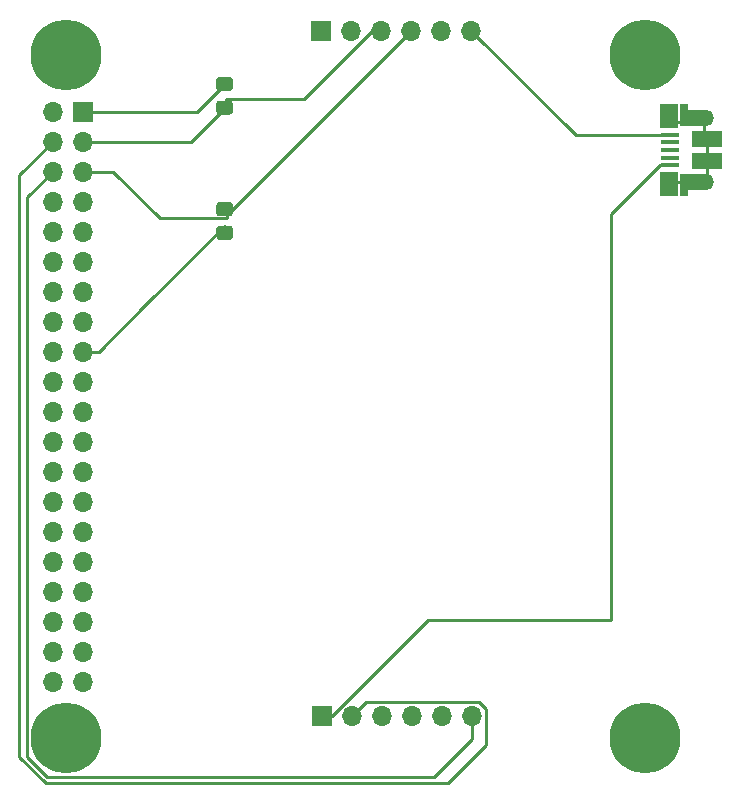
<source format=gbr>
%TF.GenerationSoftware,KiCad,Pcbnew,(5.1.9)-1*%
%TF.CreationDate,2021-02-25T14:19:21-05:00*%
%TF.ProjectId,Main,4d61696e-2e6b-4696-9361-645f70636258,rev?*%
%TF.SameCoordinates,Original*%
%TF.FileFunction,Copper,L1,Top*%
%TF.FilePolarity,Positive*%
%FSLAX45Y45*%
G04 Gerber Fmt 4.5, Leading zero omitted, Abs format (unit mm)*
G04 Created by KiCad (PCBNEW (5.1.9)-1) date 2021-02-25 14:19:21*
%MOMM*%
%LPD*%
G01*
G04 APERTURE LIST*
%TA.AperFunction,ComponentPad*%
%ADD10O,1.700000X1.700000*%
%TD*%
%TA.AperFunction,ComponentPad*%
%ADD11R,1.700000X1.700000*%
%TD*%
%TA.AperFunction,SMDPad,CuDef*%
%ADD12R,2.000000X1.350000*%
%TD*%
%TA.AperFunction,SMDPad,CuDef*%
%ADD13R,0.700000X1.825000*%
%TD*%
%TA.AperFunction,SMDPad,CuDef*%
%ADD14R,1.500000X2.000000*%
%TD*%
%TA.AperFunction,SMDPad,CuDef*%
%ADD15R,1.650000X0.400000*%
%TD*%
%TA.AperFunction,ComponentPad*%
%ADD16O,1.500000X1.100000*%
%TD*%
%TA.AperFunction,ComponentPad*%
%ADD17O,1.700000X1.350000*%
%TD*%
%TA.AperFunction,SMDPad,CuDef*%
%ADD18R,2.500000X1.430000*%
%TD*%
%TA.AperFunction,ViaPad*%
%ADD19C,6.000000*%
%TD*%
%TA.AperFunction,Conductor*%
%ADD20C,0.250000*%
%TD*%
G04 APERTURE END LIST*
D10*
%TO.P,J2,6*%
%TO.N,/GND*%
X12598400Y-12369800D03*
%TO.P,J2,5*%
%TO.N,Net-(J2-Pad5)*%
X12344400Y-12369800D03*
%TO.P,J2,4*%
%TO.N,Net-(J2-Pad4)*%
X12090400Y-12369800D03*
%TO.P,J2,3*%
%TO.N,Net-(J2-Pad3)*%
X11836400Y-12369800D03*
%TO.P,J2,2*%
%TO.N,/Vcc*%
X11582400Y-12369800D03*
D11*
%TO.P,J2,1*%
%TO.N,/5Vin*%
X11328400Y-12369800D03*
%TD*%
%TO.P,R2,2*%
%TO.N,/SDA*%
%TA.AperFunction,SMDPad,CuDef*%
G36*
G01*
X10457900Y-7158350D02*
X10547900Y-7158350D01*
G75*
G02*
X10572900Y-7183350I0J-25000D01*
G01*
X10572900Y-7253350D01*
G75*
G02*
X10547900Y-7278350I-25000J0D01*
G01*
X10457900Y-7278350D01*
G75*
G02*
X10432900Y-7253350I0J25000D01*
G01*
X10432900Y-7183350D01*
G75*
G02*
X10457900Y-7158350I25000J0D01*
G01*
G37*
%TD.AperFunction*%
%TO.P,R2,1*%
%TO.N,/3.3v*%
%TA.AperFunction,SMDPad,CuDef*%
G36*
G01*
X10457900Y-6958350D02*
X10547900Y-6958350D01*
G75*
G02*
X10572900Y-6983350I0J-25000D01*
G01*
X10572900Y-7053350D01*
G75*
G02*
X10547900Y-7078350I-25000J0D01*
G01*
X10457900Y-7078350D01*
G75*
G02*
X10432900Y-7053350I0J25000D01*
G01*
X10432900Y-6983350D01*
G75*
G02*
X10457900Y-6958350I25000J0D01*
G01*
G37*
%TD.AperFunction*%
%TD*%
%TO.P,R1,2*%
%TO.N,/SCL*%
%TA.AperFunction,SMDPad,CuDef*%
G36*
G01*
X10547900Y-8138800D02*
X10457900Y-8138800D01*
G75*
G02*
X10432900Y-8113800I0J25000D01*
G01*
X10432900Y-8043800D01*
G75*
G02*
X10457900Y-8018800I25000J0D01*
G01*
X10547900Y-8018800D01*
G75*
G02*
X10572900Y-8043800I0J-25000D01*
G01*
X10572900Y-8113800D01*
G75*
G02*
X10547900Y-8138800I-25000J0D01*
G01*
G37*
%TD.AperFunction*%
%TO.P,R1,1*%
%TO.N,/3.3v-2*%
%TA.AperFunction,SMDPad,CuDef*%
G36*
G01*
X10547900Y-8338800D02*
X10457900Y-8338800D01*
G75*
G02*
X10432900Y-8313800I0J25000D01*
G01*
X10432900Y-8243800D01*
G75*
G02*
X10457900Y-8218800I25000J0D01*
G01*
X10547900Y-8218800D01*
G75*
G02*
X10572900Y-8243800I0J-25000D01*
G01*
X10572900Y-8313800D01*
G75*
G02*
X10547900Y-8338800I-25000J0D01*
G01*
G37*
%TD.AperFunction*%
%TD*%
%TO.P,J3,1*%
%TO.N,/3.3v*%
X9302750Y-7251700D03*
D10*
%TO.P,J3,2*%
%TO.N,Net-(J3-Pad2)*%
X9048750Y-7251700D03*
%TO.P,J3,3*%
%TO.N,/SDA*%
X9302750Y-7505700D03*
%TO.P,J3,4*%
%TO.N,/Vcc*%
X9048750Y-7505700D03*
%TO.P,J3,5*%
%TO.N,/SCL*%
X9302750Y-7759700D03*
%TO.P,J3,6*%
%TO.N,/GND*%
X9048750Y-7759700D03*
%TO.P,J3,7*%
%TO.N,Net-(J3-Pad7)*%
X9302750Y-8013700D03*
%TO.P,J3,8*%
%TO.N,Net-(J3-Pad8)*%
X9048750Y-8013700D03*
%TO.P,J3,9*%
%TO.N,Net-(J3-Pad9)*%
X9302750Y-8267700D03*
%TO.P,J3,10*%
%TO.N,Net-(J3-Pad10)*%
X9048750Y-8267700D03*
%TO.P,J3,11*%
%TO.N,Net-(J3-Pad11)*%
X9302750Y-8521700D03*
%TO.P,J3,12*%
%TO.N,Net-(J3-Pad12)*%
X9048750Y-8521700D03*
%TO.P,J3,13*%
%TO.N,Net-(J3-Pad13)*%
X9302750Y-8775700D03*
%TO.P,J3,14*%
%TO.N,Net-(J3-Pad14)*%
X9048750Y-8775700D03*
%TO.P,J3,15*%
%TO.N,Net-(J3-Pad15)*%
X9302750Y-9029700D03*
%TO.P,J3,16*%
%TO.N,Net-(J3-Pad16)*%
X9048750Y-9029700D03*
%TO.P,J3,17*%
%TO.N,/3.3v-2*%
X9302750Y-9283700D03*
%TO.P,J3,18*%
%TO.N,Net-(J3-Pad18)*%
X9048750Y-9283700D03*
%TO.P,J3,19*%
%TO.N,Net-(J3-Pad19)*%
X9302750Y-9537700D03*
%TO.P,J3,20*%
%TO.N,Net-(J3-Pad20)*%
X9048750Y-9537700D03*
%TO.P,J3,21*%
%TO.N,Net-(J3-Pad21)*%
X9302750Y-9791700D03*
%TO.P,J3,22*%
%TO.N,Net-(J3-Pad22)*%
X9048750Y-9791700D03*
%TO.P,J3,23*%
%TO.N,Net-(J3-Pad23)*%
X9302750Y-10045700D03*
%TO.P,J3,24*%
%TO.N,Net-(J3-Pad24)*%
X9048750Y-10045700D03*
%TO.P,J3,25*%
%TO.N,Net-(J3-Pad25)*%
X9302750Y-10299700D03*
%TO.P,J3,26*%
%TO.N,Net-(J3-Pad26)*%
X9048750Y-10299700D03*
%TO.P,J3,27*%
%TO.N,Net-(J3-Pad27)*%
X9302750Y-10553700D03*
%TO.P,J3,28*%
%TO.N,Net-(J3-Pad28)*%
X9048750Y-10553700D03*
%TO.P,J3,29*%
%TO.N,Net-(J3-Pad29)*%
X9302750Y-10807700D03*
%TO.P,J3,30*%
%TO.N,Net-(J3-Pad30)*%
X9048750Y-10807700D03*
%TO.P,J3,31*%
%TO.N,Net-(J3-Pad31)*%
X9302750Y-11061700D03*
%TO.P,J3,32*%
%TO.N,Net-(J3-Pad32)*%
X9048750Y-11061700D03*
%TO.P,J3,33*%
%TO.N,Net-(J3-Pad33)*%
X9302750Y-11315700D03*
%TO.P,J3,34*%
%TO.N,Net-(J3-Pad34)*%
X9048750Y-11315700D03*
%TO.P,J3,35*%
%TO.N,Net-(J3-Pad35)*%
X9302750Y-11569700D03*
%TO.P,J3,36*%
%TO.N,Net-(J3-Pad36)*%
X9048750Y-11569700D03*
%TO.P,J3,37*%
%TO.N,Net-(J3-Pad37)*%
X9302750Y-11823700D03*
%TO.P,J3,38*%
%TO.N,Net-(J3-Pad38)*%
X9048750Y-11823700D03*
%TO.P,J3,39*%
%TO.N,Net-(J3-Pad39)*%
X9302750Y-12077700D03*
%TO.P,J3,40*%
%TO.N,Net-(J3-Pad40)*%
X9048750Y-12077700D03*
%TD*%
D11*
%TO.P,J1,1*%
%TO.N,Net-(J1-Pad1)*%
X11322050Y-6565900D03*
D10*
%TO.P,J1,2*%
%TO.N,Net-(J1-Pad2)*%
X11576050Y-6565900D03*
%TO.P,J1,3*%
%TO.N,/SDA*%
X11830050Y-6565900D03*
%TO.P,J1,4*%
%TO.N,/SCL*%
X12084050Y-6565900D03*
%TO.P,J1,5*%
%TO.N,Net-(J1-Pad5)*%
X12338050Y-6565900D03*
%TO.P,J1,6*%
%TO.N,/PWR_GND*%
X12592050Y-6565900D03*
%TD*%
D12*
%TO.P,J5,6*%
%TO.N,Net-(J5-Pad6)*%
X14471100Y-7303050D03*
X14471100Y-7851050D03*
D13*
X14396100Y-7873050D03*
X14396100Y-7278050D03*
D14*
X14266100Y-7863050D03*
X14264100Y-7288050D03*
D15*
%TO.P,J5,1*%
%TO.N,/5Vin*%
X14276100Y-7708050D03*
%TO.P,J5,2*%
%TO.N,Net-(J5-Pad2)*%
X14276100Y-7643050D03*
%TO.P,J5,3*%
%TO.N,Net-(J5-Pad3)*%
X14276100Y-7578050D03*
%TO.P,J5,4*%
%TO.N,Net-(J5-Pad4)*%
X14276100Y-7513050D03*
%TO.P,J5,5*%
%TO.N,/PWR_GND*%
X14276100Y-7448050D03*
D16*
%TO.P,J5,6*%
%TO.N,Net-(J5-Pad6)*%
X14264100Y-7820050D03*
X14264100Y-7336050D03*
D17*
X14564100Y-7851050D03*
X14564100Y-7305050D03*
D18*
X14591100Y-7674050D03*
X14591100Y-7482050D03*
%TD*%
D19*
%TO.N,*%
X9163050Y-6769100D03*
X9163050Y-12553950D03*
X14058900Y-12553950D03*
X14058900Y-6769100D03*
%TD*%
D20*
%TO.N,/GND*%
X8830550Y-7977900D02*
X9048750Y-7759700D01*
X8830550Y-12713550D02*
X8830550Y-7977900D01*
X9003450Y-12886450D02*
X8830550Y-12713550D01*
X12272250Y-12886450D02*
X9003450Y-12886450D01*
X12598400Y-12560300D02*
X12272250Y-12886450D01*
X12598400Y-12369800D02*
X12598400Y-12560300D01*
%TO.N,/SCL*%
X12084050Y-6565900D02*
X10521950Y-8128000D01*
X10520051Y-8155299D02*
X9952349Y-8155299D01*
X10521950Y-8153400D02*
X10520051Y-8155299D01*
X10521950Y-8128000D02*
X10521950Y-8153400D01*
X9556750Y-7759700D02*
X9952349Y-8155299D01*
X9302750Y-7759700D02*
X9556750Y-7759700D01*
%TO.N,/SDA*%
X10520149Y-7141851D02*
X10502900Y-7159100D01*
X11173999Y-7141851D02*
X10520149Y-7141851D01*
X11749950Y-6565900D02*
X11173999Y-7141851D01*
X11830050Y-6565900D02*
X11749950Y-6565900D01*
X10215550Y-7505700D02*
X10502900Y-7218350D01*
X9302750Y-7505700D02*
X10215550Y-7505700D01*
%TO.N,/Vcc*%
X8988979Y-12939751D02*
X8763000Y-12713772D01*
X8763000Y-7791450D02*
X9048750Y-7505700D01*
X8763000Y-12713772D02*
X8763000Y-7791450D01*
X12392849Y-12939751D02*
X8988979Y-12939751D01*
X11699900Y-12252300D02*
X11582400Y-12369800D01*
X12654800Y-12252300D02*
X11699900Y-12252300D01*
X12715900Y-12313400D02*
X12654800Y-12252300D01*
X12715900Y-12616700D02*
X12715900Y-12313400D01*
X12392849Y-12939751D02*
X12715900Y-12616700D01*
%TO.N,/5Vin*%
X13775599Y-8120051D02*
X13775599Y-11557001D01*
X14187600Y-7708050D02*
X13775599Y-8120051D01*
X14276100Y-7708050D02*
X14187600Y-7708050D01*
X12221699Y-11557001D02*
X13775599Y-11557001D01*
X11408900Y-12369800D02*
X12221699Y-11557001D01*
X11328400Y-12369800D02*
X11408900Y-12369800D01*
%TO.N,/3.3v*%
X9302750Y-7251700D02*
X9302750Y-7270750D01*
X10269550Y-7251700D02*
X10502900Y-7018350D01*
X9302750Y-7251700D02*
X10269550Y-7251700D01*
%TO.N,/3.3v-2*%
X10502900Y-8219550D02*
X9829250Y-8893200D01*
X9438750Y-9283700D02*
X9829250Y-8893200D01*
X9302750Y-9283700D02*
X9438750Y-9283700D01*
%TO.N,Net-(J5-Pad6)*%
X14552100Y-7863050D02*
X14564100Y-7851050D01*
X14533100Y-7336050D02*
X14564100Y-7305050D01*
X14264100Y-7336050D02*
X14533100Y-7336050D01*
X14564100Y-7455050D02*
X14591100Y-7482050D01*
X14564100Y-7305050D02*
X14564100Y-7455050D01*
X14591100Y-7482050D02*
X14591100Y-7674050D01*
X14591100Y-7824050D02*
X14564100Y-7851050D01*
X14591100Y-7674050D02*
X14591100Y-7824050D01*
X14278100Y-7851050D02*
X14266100Y-7863050D01*
X14564100Y-7851050D02*
X14278100Y-7851050D01*
%TO.N,/PWR_GND*%
X13474200Y-7448050D02*
X12592050Y-6565900D01*
X14276100Y-7448050D02*
X13474200Y-7448050D01*
%TD*%
M02*

</source>
